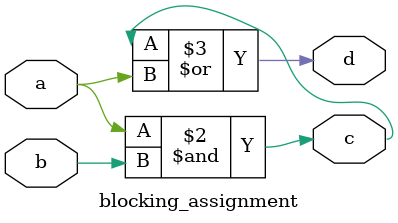
<source format=sv>
module blocking_assignment (
  input  logic a,
  input  logic b,
  output logic c,
  output logic d
);
  
  // Combinational always block with blocking assignments
  always_comb begin
    c = a & b;    // c driven by a and b
    d = c | a;    // d driven by c and a
  end
  
endmodule


</source>
